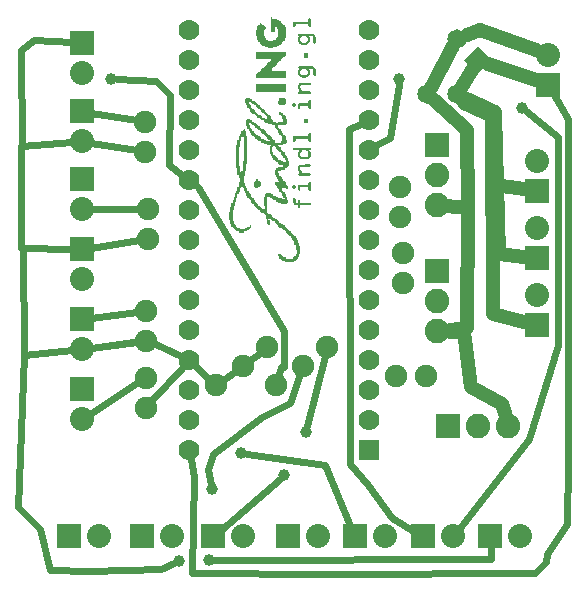
<source format=gtl>
G04 MADE WITH FRITZING*
G04 WWW.FRITZING.ORG*
G04 DOUBLE SIDED*
G04 HOLES PLATED*
G04 CONTOUR ON CENTER OF CONTOUR VECTOR*
%ASAXBY*%
%FSLAX23Y23*%
%MOIN*%
%OFA0B0*%
%SFA1.0B1.0*%
%ADD10C,0.070000*%
%ADD11C,0.080000*%
%ADD12C,0.082000*%
%ADD13C,0.075000*%
%ADD14C,0.065000*%
%ADD15C,0.039370*%
%ADD16R,0.069972X0.070000*%
%ADD17R,0.080000X0.080000*%
%ADD18R,0.082000X0.082000*%
%ADD19C,0.024000*%
%ADD20C,0.048000*%
%ADD21R,0.001000X0.001000*%
%LNCOPPER1*%
G90*
G70*
G54D10*
X1230Y456D03*
X1230Y556D03*
X1230Y656D03*
X1230Y756D03*
X1230Y856D03*
X1230Y956D03*
X1230Y1056D03*
X1230Y1156D03*
X1230Y1256D03*
X1230Y1356D03*
X1230Y1456D03*
X1230Y1556D03*
X1230Y1656D03*
X1230Y1756D03*
X1230Y1856D03*
X630Y456D03*
X630Y556D03*
X630Y656D03*
X630Y756D03*
X630Y856D03*
X630Y956D03*
X630Y1056D03*
X630Y1156D03*
X630Y1256D03*
X630Y1356D03*
X630Y1456D03*
X630Y1556D03*
X630Y1656D03*
X630Y1756D03*
X630Y1856D03*
G54D11*
X1827Y1674D03*
X1827Y1774D03*
X712Y171D03*
X812Y171D03*
X473Y171D03*
X573Y171D03*
X230Y171D03*
X330Y171D03*
X1634Y168D03*
X1734Y168D03*
X1409Y168D03*
X1509Y168D03*
X1185Y168D03*
X1285Y168D03*
X960Y168D03*
X1060Y168D03*
X1789Y1319D03*
X1789Y1419D03*
X1789Y1097D03*
X1789Y1197D03*
X1789Y874D03*
X1789Y974D03*
G54D12*
X1456Y1052D03*
X1456Y952D03*
X1456Y852D03*
X1456Y1474D03*
X1456Y1374D03*
X1456Y1274D03*
G54D13*
X810Y735D03*
X1010Y735D03*
X890Y799D03*
X1090Y799D03*
X1420Y702D03*
X1320Y702D03*
X1343Y1114D03*
X1343Y1014D03*
X1333Y1332D03*
X1333Y1232D03*
G54D14*
X1523Y1825D03*
X1594Y1754D03*
X1523Y1825D03*
X1594Y1754D03*
X1525Y1642D03*
X1425Y1642D03*
X1525Y1642D03*
X1425Y1642D03*
G54D13*
X719Y673D03*
X919Y673D03*
G54D11*
X273Y1814D03*
X273Y1714D03*
X273Y1586D03*
X273Y1486D03*
X273Y1358D03*
X273Y1258D03*
X273Y1125D03*
X273Y1025D03*
X273Y892D03*
X273Y792D03*
X273Y659D03*
X273Y559D03*
G54D13*
X493Y1260D03*
X493Y1160D03*
X484Y1550D03*
X484Y1450D03*
X486Y920D03*
X486Y820D03*
X486Y697D03*
X486Y597D03*
G54D15*
X696Y88D03*
X596Y86D03*
X1020Y517D03*
X948Y373D03*
X1332Y1693D03*
X1740Y1597D03*
X708Y325D03*
X372Y1693D03*
X804Y445D03*
G54D12*
X1495Y537D03*
X1595Y537D03*
X1695Y537D03*
G54D16*
X1230Y456D03*
G54D17*
X1827Y1674D03*
X712Y171D03*
X473Y171D03*
X230Y171D03*
X1634Y168D03*
X1409Y168D03*
X1185Y168D03*
X960Y168D03*
X1789Y1319D03*
X1789Y1097D03*
X1789Y874D03*
G54D18*
X1456Y1052D03*
X1456Y1474D03*
G54D17*
X273Y1814D03*
X273Y1586D03*
X273Y1358D03*
X273Y1125D03*
X273Y892D03*
X273Y659D03*
G54D18*
X1495Y537D03*
G54D19*
X1822Y83D02*
X1783Y47D01*
D02*
X1086Y42D02*
X641Y45D01*
D02*
X1889Y208D02*
X1825Y111D01*
D02*
X1825Y111D02*
X1822Y83D01*
D02*
X641Y45D02*
X648Y367D01*
D02*
X1894Y416D02*
X1889Y208D01*
D02*
X1843Y1647D02*
X1894Y1558D01*
D02*
X1894Y1558D02*
X1894Y416D01*
D02*
X1783Y47D02*
X1086Y42D01*
D02*
X648Y367D02*
X636Y427D01*
G54D20*
D02*
X1557Y1838D02*
X1600Y1855D01*
D02*
X1600Y1855D02*
X1788Y1788D01*
D02*
X1437Y1664D02*
X1512Y1803D01*
D02*
X1628Y1743D02*
X1787Y1688D01*
D02*
X1538Y1663D02*
X1581Y1733D01*
D02*
X1639Y1569D02*
X1553Y1608D01*
D02*
X1553Y1608D02*
X1548Y1614D01*
D02*
X1644Y908D02*
X1639Y1569D01*
D02*
X1759Y881D02*
X1644Y908D01*
D02*
X1650Y1580D02*
X1581Y1597D01*
D02*
X1581Y1597D02*
X1553Y1619D01*
D02*
X1664Y1108D02*
X1650Y1580D01*
D02*
X1747Y1100D02*
X1664Y1108D01*
D02*
X1747Y1325D02*
X1650Y1338D01*
D02*
X1650Y1338D02*
X1650Y1583D01*
D02*
X1650Y1583D02*
X1558Y1627D01*
D02*
X1556Y1524D02*
X1444Y1626D01*
D02*
X1561Y1263D02*
X1556Y1524D01*
D02*
X1487Y1271D02*
X1561Y1263D01*
D02*
X1556Y863D02*
X1499Y857D01*
D02*
X1561Y1263D02*
X1556Y863D01*
D02*
X1684Y578D02*
X1675Y611D01*
D02*
X1675Y611D02*
X1569Y666D01*
D02*
X1569Y666D02*
X1547Y849D01*
D02*
X1547Y849D02*
X1499Y851D01*
G54D19*
D02*
X489Y823D02*
X604Y768D01*
D02*
X304Y796D02*
X489Y823D01*
D02*
X786Y719D02*
X743Y689D01*
D02*
X868Y781D02*
X832Y753D01*
D02*
X458Y816D02*
X304Y796D01*
D02*
X465Y1156D02*
X304Y1130D01*
D02*
X456Y1455D02*
X304Y1481D01*
D02*
X1637Y93D02*
X1636Y137D01*
D02*
X715Y88D02*
X1637Y93D01*
D02*
X698Y692D02*
X652Y736D01*
D02*
X611Y734D02*
X505Y618D01*
D02*
X489Y604D02*
X497Y624D01*
D02*
X78Y1130D02*
X81Y774D01*
D02*
X81Y774D02*
X242Y789D01*
D02*
X242Y1126D02*
X78Y1130D01*
D02*
X70Y1130D02*
X242Y1126D01*
D02*
X242Y1484D02*
X70Y1471D01*
D02*
X70Y1471D02*
X70Y1130D01*
D02*
X114Y1822D02*
X72Y1791D01*
D02*
X74Y1471D02*
X242Y1484D01*
D02*
X72Y1791D02*
X74Y1471D01*
D02*
X242Y1816D02*
X114Y1822D01*
D02*
X301Y52D02*
X537Y60D01*
D02*
X133Y193D02*
X167Y56D01*
D02*
X59Y267D02*
X133Y193D01*
D02*
X81Y774D02*
X59Y267D01*
D02*
X167Y56D02*
X301Y52D01*
D02*
X537Y60D02*
X579Y78D01*
D02*
X1741Y174D02*
X1734Y168D01*
D02*
X304Y1258D02*
X464Y1260D01*
D02*
X304Y896D02*
X458Y916D01*
D02*
X304Y1581D02*
X456Y1555D01*
D02*
X1383Y184D02*
X1308Y229D01*
X1308Y229D02*
X1228Y338D01*
D02*
X1228Y338D02*
X1167Y408D01*
D02*
X1167Y408D02*
X1164Y1525D01*
X1164Y1525D02*
X1204Y1544D01*
D02*
X1529Y193D02*
X1764Y493D01*
X1764Y493D02*
X1860Y805D01*
X1860Y805D02*
X1860Y1501D01*
X1860Y1501D02*
X1755Y1585D01*
D02*
X1300Y1497D02*
X1260Y1477D01*
D02*
X1329Y1674D02*
X1300Y1497D01*
D02*
X1260Y1477D02*
X1254Y1473D01*
D02*
X299Y576D02*
X462Y682D01*
D02*
X1172Y197D02*
X1083Y405D01*
D02*
X1083Y405D02*
X823Y442D01*
D02*
X704Y343D02*
X694Y391D01*
D02*
X711Y444D02*
X875Y566D01*
D02*
X694Y391D02*
X711Y444D01*
D02*
X875Y566D02*
X967Y613D01*
D02*
X967Y613D02*
X1000Y708D01*
D02*
X653Y1338D02*
X660Y1333D01*
X660Y1333D02*
X948Y853D01*
X948Y853D02*
X948Y733D01*
X948Y733D02*
X936Y733D01*
X936Y733D02*
X927Y700D01*
D02*
X522Y1686D02*
X567Y1638D01*
D02*
X391Y1692D02*
X522Y1686D01*
D02*
X567Y1638D02*
X564Y1405D01*
X564Y1405D02*
X607Y1373D01*
D02*
X736Y191D02*
X934Y360D01*
D02*
X1025Y535D02*
X1083Y771D01*
G36*
X846Y1333D02*
X850Y1333D01*
X850Y1329D01*
X862Y1329D01*
X862Y1333D01*
X866Y1333D01*
X866Y1337D01*
X870Y1337D01*
X870Y1349D01*
X866Y1349D01*
X866Y1354D01*
X862Y1354D01*
X862Y1358D01*
X854Y1358D01*
X854Y1354D01*
X850Y1354D01*
X850Y1349D01*
X846Y1349D01*
X846Y1333D01*
G37*
D02*
G36*
X854Y1650D02*
X953Y1650D01*
X953Y1675D01*
X854Y1675D01*
X854Y1650D01*
G37*
D02*
G36*
X854Y1696D02*
X903Y1696D01*
X903Y1753D01*
X899Y1753D01*
X899Y1749D01*
X895Y1749D01*
X895Y1745D01*
X891Y1745D01*
X891Y1741D01*
X887Y1741D01*
X887Y1737D01*
X883Y1737D01*
X883Y1733D01*
X879Y1733D01*
X879Y1729D01*
X875Y1729D01*
X875Y1725D01*
X870Y1725D01*
X870Y1720D01*
X866Y1720D01*
X866Y1716D01*
X862Y1716D01*
X862Y1712D01*
X858Y1712D01*
X858Y1708D01*
X854Y1708D01*
X854Y1696D01*
G37*
D02*
G36*
X854Y1758D02*
X903Y1758D01*
X903Y1782D01*
X854Y1782D01*
X854Y1758D01*
G37*
D02*
G36*
X903Y1696D02*
X907Y1696D01*
X907Y1782D01*
X903Y1782D01*
X903Y1696D01*
G37*
D02*
G36*
X903Y1696D02*
X907Y1696D01*
X907Y1782D01*
X903Y1782D01*
X903Y1696D01*
G37*
D02*
G36*
X907Y1696D02*
X953Y1696D01*
X953Y1720D01*
X907Y1720D01*
X907Y1696D01*
G37*
D02*
G36*
X907Y1729D02*
X912Y1729D01*
X912Y1733D01*
X916Y1733D01*
X916Y1737D01*
X920Y1737D01*
X920Y1741D01*
X924Y1741D01*
X924Y1745D01*
X928Y1745D01*
X928Y1749D01*
X932Y1749D01*
X932Y1753D01*
X936Y1753D01*
X936Y1758D01*
X940Y1758D01*
X940Y1762D01*
X945Y1762D01*
X945Y1766D01*
X949Y1766D01*
X949Y1770D01*
X953Y1770D01*
X953Y1782D01*
X907Y1782D01*
X907Y1729D01*
G37*
D02*
G36*
X854Y1836D02*
X858Y1836D01*
X858Y1823D01*
X862Y1823D01*
X862Y1815D01*
X866Y1815D01*
X866Y1811D01*
X870Y1811D01*
X870Y1807D01*
X875Y1807D01*
X875Y1803D01*
X879Y1803D01*
X879Y1856D01*
X883Y1856D01*
X883Y1861D01*
X887Y1861D01*
X887Y1865D01*
X883Y1865D01*
X883Y1869D01*
X879Y1869D01*
X879Y1873D01*
X875Y1873D01*
X875Y1877D01*
X870Y1877D01*
X870Y1881D01*
X866Y1881D01*
X866Y1873D01*
X862Y1873D01*
X862Y1869D01*
X858Y1869D01*
X858Y1856D01*
X854Y1856D01*
X854Y1836D01*
G37*
D02*
G36*
X879Y1803D02*
X883Y1803D01*
X883Y1799D01*
X895Y1799D01*
X895Y1795D01*
X912Y1795D01*
X912Y1799D01*
X924Y1799D01*
X924Y1803D01*
X928Y1803D01*
X928Y1832D01*
X924Y1832D01*
X924Y1828D01*
X920Y1828D01*
X920Y1823D01*
X912Y1823D01*
X912Y1819D01*
X895Y1819D01*
X895Y1823D01*
X887Y1823D01*
X887Y1828D01*
X883Y1828D01*
X883Y1836D01*
X879Y1836D01*
X879Y1803D01*
G37*
D02*
G36*
X903Y1848D02*
X916Y1848D01*
X916Y1865D01*
X924Y1865D01*
X924Y1861D01*
X928Y1861D01*
X928Y1889D01*
X924Y1889D01*
X924Y1894D01*
X907Y1894D01*
X907Y1898D01*
X903Y1898D01*
X903Y1848D01*
G37*
D02*
G36*
X928Y1803D02*
X932Y1803D01*
X932Y1889D01*
X928Y1889D01*
X928Y1803D01*
G37*
D02*
G36*
X928Y1803D02*
X932Y1803D01*
X932Y1889D01*
X928Y1889D01*
X928Y1803D01*
G37*
D02*
G36*
X932Y1807D02*
X936Y1807D01*
X936Y1811D01*
X940Y1811D01*
X940Y1815D01*
X945Y1815D01*
X945Y1819D01*
X949Y1819D01*
X949Y1828D01*
X953Y1828D01*
X953Y1865D01*
X949Y1865D01*
X949Y1873D01*
X945Y1873D01*
X945Y1877D01*
X940Y1877D01*
X940Y1881D01*
X936Y1881D01*
X936Y1885D01*
X932Y1885D01*
X932Y1807D01*
G37*
D02*
G36*
X763Y1222D02*
X767Y1222D01*
X767Y1209D01*
X771Y1209D01*
X771Y1201D01*
X776Y1201D01*
X776Y1255D01*
X780Y1255D01*
X780Y1271D01*
X784Y1271D01*
X784Y1283D01*
X788Y1283D01*
X788Y1296D01*
X792Y1296D01*
X792Y1308D01*
X796Y1308D01*
X796Y1316D01*
X800Y1316D01*
X800Y1349D01*
X796Y1349D01*
X796Y1333D01*
X792Y1333D01*
X792Y1321D01*
X788Y1321D01*
X788Y1312D01*
X784Y1312D01*
X784Y1300D01*
X780Y1300D01*
X780Y1288D01*
X776Y1288D01*
X776Y1279D01*
X771Y1279D01*
X771Y1267D01*
X767Y1267D01*
X767Y1251D01*
X763Y1251D01*
X763Y1222D01*
G37*
D02*
G36*
X776Y1197D02*
X780Y1197D01*
X780Y1193D01*
X784Y1193D01*
X784Y1189D01*
X788Y1189D01*
X788Y1185D01*
X796Y1185D01*
X796Y1180D01*
X813Y1180D01*
X813Y1185D01*
X825Y1185D01*
X825Y1189D01*
X829Y1189D01*
X829Y1193D01*
X833Y1193D01*
X833Y1197D01*
X837Y1197D01*
X837Y1205D01*
X833Y1205D01*
X833Y1201D01*
X825Y1201D01*
X825Y1197D01*
X817Y1197D01*
X817Y1193D01*
X800Y1193D01*
X800Y1197D01*
X792Y1197D01*
X792Y1201D01*
X788Y1201D01*
X788Y1205D01*
X784Y1205D01*
X784Y1209D01*
X780Y1209D01*
X780Y1218D01*
X776Y1218D01*
X776Y1197D01*
G37*
D02*
G36*
X788Y1395D02*
X792Y1395D01*
X792Y1374D01*
X796Y1374D01*
X796Y1465D01*
X800Y1465D01*
X800Y1485D01*
X804Y1485D01*
X804Y1498D01*
X813Y1498D01*
X813Y1523D01*
X809Y1523D01*
X809Y1518D01*
X804Y1518D01*
X804Y1510D01*
X800Y1510D01*
X800Y1502D01*
X796Y1502D01*
X796Y1490D01*
X792Y1490D01*
X792Y1473D01*
X788Y1473D01*
X788Y1395D01*
G37*
D02*
G36*
X796Y1362D02*
X800Y1362D01*
X800Y1403D01*
X796Y1403D01*
X796Y1362D01*
G37*
D02*
G36*
X800Y1329D02*
X804Y1329D01*
X804Y1382D01*
X800Y1382D01*
X800Y1329D01*
G37*
D02*
G36*
X800Y1329D02*
X804Y1329D01*
X804Y1382D01*
X800Y1382D01*
X800Y1329D01*
G37*
D02*
G36*
X804Y1333D02*
X809Y1333D01*
X809Y1329D01*
X813Y1329D01*
X813Y1321D01*
X817Y1321D01*
X817Y1312D01*
X821Y1312D01*
X821Y1304D01*
X825Y1304D01*
X825Y1296D01*
X829Y1296D01*
X829Y1292D01*
X833Y1292D01*
X833Y1288D01*
X837Y1288D01*
X837Y1279D01*
X842Y1279D01*
X842Y1275D01*
X846Y1275D01*
X846Y1271D01*
X850Y1271D01*
X850Y1267D01*
X854Y1267D01*
X854Y1263D01*
X858Y1263D01*
X858Y1259D01*
X862Y1259D01*
X862Y1255D01*
X866Y1255D01*
X866Y1251D01*
X870Y1251D01*
X870Y1246D01*
X879Y1246D01*
X879Y1242D01*
X883Y1242D01*
X883Y1259D01*
X875Y1259D01*
X875Y1263D01*
X870Y1263D01*
X870Y1267D01*
X866Y1267D01*
X866Y1271D01*
X862Y1271D01*
X862Y1275D01*
X858Y1275D01*
X858Y1279D01*
X854Y1279D01*
X854Y1283D01*
X850Y1283D01*
X850Y1288D01*
X846Y1288D01*
X846Y1296D01*
X842Y1296D01*
X842Y1300D01*
X837Y1300D01*
X837Y1308D01*
X833Y1308D01*
X833Y1312D01*
X829Y1312D01*
X829Y1321D01*
X825Y1321D01*
X825Y1329D01*
X821Y1329D01*
X821Y1337D01*
X817Y1337D01*
X817Y1345D01*
X813Y1345D01*
X813Y1420D01*
X809Y1420D01*
X809Y1387D01*
X804Y1387D01*
X804Y1333D01*
G37*
D02*
G36*
X813Y1370D02*
X817Y1370D01*
X817Y1527D01*
X813Y1527D01*
X813Y1370D01*
G37*
D02*
G36*
X813Y1370D02*
X817Y1370D01*
X817Y1527D01*
X813Y1527D01*
X813Y1370D01*
G37*
D02*
G36*
X817Y1387D02*
X821Y1387D01*
X821Y1411D01*
X825Y1411D01*
X825Y1502D01*
X821Y1502D01*
X821Y1518D01*
X817Y1518D01*
X817Y1387D01*
G37*
D02*
G36*
X817Y1613D02*
X821Y1613D01*
X821Y1605D01*
X825Y1605D01*
X825Y1597D01*
X829Y1597D01*
X829Y1617D01*
X837Y1617D01*
X837Y1613D01*
X842Y1613D01*
X842Y1609D01*
X846Y1609D01*
X846Y1605D01*
X854Y1605D01*
X854Y1601D01*
X858Y1601D01*
X858Y1597D01*
X862Y1597D01*
X862Y1593D01*
X866Y1593D01*
X866Y1589D01*
X870Y1589D01*
X870Y1584D01*
X875Y1584D01*
X875Y1580D01*
X879Y1580D01*
X879Y1576D01*
X883Y1576D01*
X883Y1572D01*
X887Y1572D01*
X887Y1568D01*
X891Y1568D01*
X891Y1580D01*
X887Y1580D01*
X887Y1584D01*
X883Y1584D01*
X883Y1589D01*
X879Y1589D01*
X879Y1593D01*
X875Y1593D01*
X875Y1597D01*
X870Y1597D01*
X870Y1601D01*
X866Y1601D01*
X866Y1605D01*
X862Y1605D01*
X862Y1609D01*
X858Y1609D01*
X858Y1613D01*
X854Y1613D01*
X854Y1617D01*
X850Y1617D01*
X850Y1621D01*
X842Y1621D01*
X842Y1626D01*
X833Y1626D01*
X833Y1630D01*
X821Y1630D01*
X821Y1626D01*
X817Y1626D01*
X817Y1613D01*
G37*
D02*
G36*
X821Y1535D02*
X825Y1535D01*
X825Y1527D01*
X829Y1527D01*
X829Y1547D01*
X837Y1547D01*
X837Y1543D01*
X842Y1543D01*
X842Y1539D01*
X846Y1539D01*
X846Y1535D01*
X850Y1535D01*
X850Y1531D01*
X858Y1531D01*
X858Y1527D01*
X862Y1527D01*
X862Y1523D01*
X866Y1523D01*
X866Y1518D01*
X870Y1518D01*
X870Y1514D01*
X875Y1514D01*
X875Y1510D01*
X879Y1510D01*
X879Y1506D01*
X883Y1506D01*
X883Y1502D01*
X887Y1502D01*
X887Y1498D01*
X891Y1498D01*
X891Y1494D01*
X895Y1494D01*
X895Y1490D01*
X899Y1490D01*
X899Y1506D01*
X895Y1506D01*
X895Y1510D01*
X891Y1510D01*
X891Y1514D01*
X887Y1514D01*
X887Y1518D01*
X883Y1518D01*
X883Y1523D01*
X879Y1523D01*
X879Y1527D01*
X870Y1527D01*
X870Y1531D01*
X866Y1531D01*
X866Y1535D01*
X862Y1535D01*
X862Y1539D01*
X858Y1539D01*
X858Y1543D01*
X854Y1543D01*
X854Y1547D01*
X846Y1547D01*
X846Y1551D01*
X842Y1551D01*
X842Y1556D01*
X833Y1556D01*
X833Y1560D01*
X825Y1560D01*
X825Y1556D01*
X821Y1556D01*
X821Y1535D01*
G37*
D02*
G36*
X829Y1518D02*
X833Y1518D01*
X833Y1514D01*
X837Y1514D01*
X837Y1506D01*
X842Y1506D01*
X842Y1502D01*
X846Y1502D01*
X846Y1498D01*
X850Y1498D01*
X850Y1494D01*
X858Y1494D01*
X858Y1490D01*
X862Y1490D01*
X862Y1485D01*
X870Y1485D01*
X870Y1481D01*
X879Y1481D01*
X879Y1477D01*
X891Y1477D01*
X891Y1473D01*
X899Y1473D01*
X899Y1485D01*
X887Y1485D01*
X887Y1490D01*
X879Y1490D01*
X879Y1494D01*
X870Y1494D01*
X870Y1498D01*
X866Y1498D01*
X866Y1502D01*
X862Y1502D01*
X862Y1506D01*
X854Y1506D01*
X854Y1510D01*
X850Y1510D01*
X850Y1514D01*
X846Y1514D01*
X846Y1518D01*
X842Y1518D01*
X842Y1527D01*
X837Y1527D01*
X837Y1531D01*
X833Y1531D01*
X833Y1539D01*
X829Y1539D01*
X829Y1518D01*
G37*
D02*
G36*
X829Y1593D02*
X833Y1593D01*
X833Y1584D01*
X837Y1584D01*
X837Y1580D01*
X842Y1580D01*
X842Y1576D01*
X850Y1576D01*
X850Y1572D01*
X854Y1572D01*
X854Y1568D01*
X858Y1568D01*
X858Y1564D01*
X866Y1564D01*
X866Y1560D01*
X870Y1560D01*
X870Y1556D01*
X879Y1556D01*
X879Y1551D01*
X883Y1551D01*
X883Y1547D01*
X891Y1547D01*
X891Y1560D01*
X883Y1560D01*
X883Y1564D01*
X875Y1564D01*
X875Y1568D01*
X870Y1568D01*
X870Y1572D01*
X862Y1572D01*
X862Y1576D01*
X858Y1576D01*
X858Y1580D01*
X854Y1580D01*
X854Y1584D01*
X850Y1584D01*
X850Y1589D01*
X846Y1589D01*
X846Y1593D01*
X842Y1593D01*
X842Y1597D01*
X837Y1597D01*
X837Y1605D01*
X833Y1605D01*
X833Y1609D01*
X829Y1609D01*
X829Y1593D01*
G37*
D02*
G36*
X879Y1271D02*
X883Y1271D01*
X883Y1300D01*
X879Y1300D01*
X879Y1271D01*
G37*
D02*
G36*
X883Y1238D02*
X887Y1238D01*
X887Y1308D01*
X883Y1308D01*
X883Y1238D01*
G37*
D02*
G36*
X883Y1238D02*
X887Y1238D01*
X887Y1308D01*
X883Y1308D01*
X883Y1238D01*
G37*
D02*
G36*
X887Y1226D02*
X891Y1226D01*
X891Y1300D01*
X899Y1300D01*
X899Y1296D01*
X907Y1296D01*
X907Y1292D01*
X912Y1292D01*
X912Y1288D01*
X920Y1288D01*
X920Y1283D01*
X928Y1283D01*
X928Y1279D01*
X936Y1279D01*
X936Y1275D01*
X949Y1275D01*
X949Y1292D01*
X940Y1292D01*
X940Y1296D01*
X928Y1296D01*
X928Y1300D01*
X920Y1300D01*
X920Y1304D01*
X912Y1304D01*
X912Y1308D01*
X903Y1308D01*
X903Y1312D01*
X887Y1312D01*
X887Y1226D01*
G37*
D02*
G36*
X891Y1209D02*
X895Y1209D01*
X895Y1226D01*
X903Y1226D01*
X903Y1222D01*
X907Y1222D01*
X907Y1218D01*
X916Y1218D01*
X916Y1213D01*
X920Y1213D01*
X920Y1209D01*
X924Y1209D01*
X924Y1205D01*
X928Y1205D01*
X928Y1201D01*
X932Y1201D01*
X932Y1197D01*
X940Y1197D01*
X940Y1193D01*
X945Y1193D01*
X945Y1189D01*
X949Y1189D01*
X949Y1185D01*
X953Y1185D01*
X953Y1180D01*
X957Y1180D01*
X957Y1176D01*
X961Y1176D01*
X961Y1172D01*
X965Y1172D01*
X965Y1168D01*
X969Y1168D01*
X969Y1164D01*
X973Y1164D01*
X973Y1156D01*
X978Y1156D01*
X978Y1152D01*
X982Y1152D01*
X982Y1139D01*
X986Y1139D01*
X986Y1123D01*
X990Y1123D01*
X990Y1164D01*
X986Y1164D01*
X986Y1168D01*
X982Y1168D01*
X982Y1172D01*
X978Y1172D01*
X978Y1176D01*
X973Y1176D01*
X973Y1180D01*
X969Y1180D01*
X969Y1185D01*
X965Y1185D01*
X965Y1189D01*
X961Y1189D01*
X961Y1193D01*
X957Y1193D01*
X957Y1197D01*
X953Y1197D01*
X953Y1201D01*
X949Y1201D01*
X949Y1205D01*
X945Y1205D01*
X945Y1209D01*
X936Y1209D01*
X936Y1213D01*
X932Y1213D01*
X932Y1218D01*
X928Y1218D01*
X928Y1222D01*
X924Y1222D01*
X924Y1226D01*
X916Y1226D01*
X916Y1230D01*
X912Y1230D01*
X912Y1234D01*
X907Y1234D01*
X907Y1238D01*
X903Y1238D01*
X903Y1242D01*
X895Y1242D01*
X895Y1246D01*
X891Y1246D01*
X891Y1209D01*
G37*
D02*
G36*
X891Y1547D02*
X895Y1547D01*
X895Y1576D01*
X891Y1576D01*
X891Y1547D01*
G37*
D02*
G36*
X891Y1547D02*
X895Y1547D01*
X895Y1576D01*
X891Y1576D01*
X891Y1547D01*
G37*
D02*
G36*
X895Y1205D02*
X899Y1205D01*
X899Y1222D01*
X895Y1222D01*
X895Y1205D01*
G37*
D02*
G36*
X895Y1543D02*
X907Y1543D01*
X907Y1539D01*
X916Y1539D01*
X916Y1531D01*
X920Y1531D01*
X920Y1527D01*
X924Y1527D01*
X924Y1523D01*
X928Y1523D01*
X928Y1539D01*
X945Y1539D01*
X945Y1551D01*
X928Y1551D01*
X928Y1547D01*
X920Y1547D01*
X920Y1551D01*
X912Y1551D01*
X912Y1556D01*
X907Y1556D01*
X907Y1560D01*
X903Y1560D01*
X903Y1568D01*
X899Y1568D01*
X899Y1572D01*
X895Y1572D01*
X895Y1543D01*
G37*
D02*
G36*
X899Y1444D02*
X903Y1444D01*
X903Y1469D01*
X899Y1469D01*
X899Y1444D01*
G37*
D02*
G36*
X899Y1473D02*
X903Y1473D01*
X903Y1502D01*
X899Y1502D01*
X899Y1473D01*
G37*
D02*
G36*
X899Y1473D02*
X903Y1473D01*
X903Y1502D01*
X899Y1502D01*
X899Y1473D01*
G37*
D02*
G36*
X903Y1436D02*
X907Y1436D01*
X907Y1498D01*
X903Y1498D01*
X903Y1436D01*
G37*
D02*
G36*
X903Y1436D02*
X907Y1436D01*
X907Y1498D01*
X903Y1498D01*
X903Y1436D01*
G37*
D02*
G36*
X907Y1428D02*
X912Y1428D01*
X912Y1424D01*
X916Y1424D01*
X916Y1420D01*
X920Y1420D01*
X920Y1415D01*
X928Y1415D01*
X928Y1411D01*
X932Y1411D01*
X932Y1407D01*
X945Y1407D01*
X945Y1420D01*
X936Y1420D01*
X936Y1424D01*
X928Y1424D01*
X928Y1428D01*
X924Y1428D01*
X924Y1432D01*
X920Y1432D01*
X920Y1436D01*
X916Y1436D01*
X916Y1440D01*
X912Y1440D01*
X912Y1448D01*
X907Y1448D01*
X907Y1428D01*
G37*
D02*
G36*
X907Y1465D02*
X912Y1465D01*
X912Y1469D01*
X916Y1469D01*
X916Y1465D01*
X920Y1465D01*
X920Y1461D01*
X924Y1461D01*
X924Y1457D01*
X928Y1457D01*
X928Y1473D01*
X940Y1473D01*
X940Y1485D01*
X936Y1485D01*
X936Y1481D01*
X916Y1481D01*
X916Y1490D01*
X912Y1490D01*
X912Y1494D01*
X907Y1494D01*
X907Y1465D01*
G37*
D02*
G36*
X916Y1341D02*
X920Y1341D01*
X920Y1337D01*
X924Y1337D01*
X924Y1329D01*
X928Y1329D01*
X928Y1325D01*
X932Y1325D01*
X932Y1349D01*
X916Y1349D01*
X916Y1341D01*
G37*
D02*
G36*
X916Y1374D02*
X920Y1374D01*
X920Y1366D01*
X924Y1366D01*
X924Y1358D01*
X928Y1358D01*
X928Y1387D01*
X936Y1387D01*
X936Y1391D01*
X945Y1391D01*
X945Y1399D01*
X928Y1399D01*
X928Y1395D01*
X920Y1395D01*
X920Y1391D01*
X916Y1391D01*
X916Y1374D01*
G37*
D02*
G36*
X928Y1102D02*
X932Y1102D01*
X932Y1094D01*
X936Y1094D01*
X936Y1090D01*
X940Y1090D01*
X940Y1086D01*
X949Y1086D01*
X949Y1082D01*
X982Y1082D01*
X982Y1086D01*
X986Y1086D01*
X986Y1090D01*
X990Y1090D01*
X990Y1110D01*
X986Y1110D01*
X986Y1102D01*
X982Y1102D01*
X982Y1098D01*
X978Y1098D01*
X978Y1094D01*
X953Y1094D01*
X953Y1098D01*
X945Y1098D01*
X945Y1102D01*
X940Y1102D01*
X940Y1106D01*
X936Y1106D01*
X936Y1110D01*
X928Y1110D01*
X928Y1102D01*
G37*
D02*
G36*
X928Y1354D02*
X932Y1354D01*
X932Y1378D01*
X928Y1378D01*
X928Y1354D01*
G37*
D02*
G36*
X928Y1452D02*
X932Y1452D01*
X932Y1448D01*
X936Y1448D01*
X936Y1440D01*
X940Y1440D01*
X940Y1436D01*
X945Y1436D01*
X945Y1428D01*
X949Y1428D01*
X949Y1424D01*
X953Y1424D01*
X953Y1440D01*
X949Y1440D01*
X949Y1448D01*
X945Y1448D01*
X945Y1452D01*
X940Y1452D01*
X940Y1457D01*
X936Y1457D01*
X936Y1465D01*
X932Y1465D01*
X932Y1469D01*
X928Y1469D01*
X928Y1452D01*
G37*
D02*
G36*
X928Y1514D02*
X932Y1514D01*
X932Y1506D01*
X936Y1506D01*
X936Y1502D01*
X940Y1502D01*
X940Y1518D01*
X936Y1518D01*
X936Y1527D01*
X932Y1527D01*
X932Y1531D01*
X928Y1531D01*
X928Y1514D01*
G37*
D02*
G36*
X932Y1316D02*
X936Y1316D01*
X936Y1370D01*
X932Y1370D01*
X932Y1316D01*
G37*
D02*
G36*
X932Y1316D02*
X936Y1316D01*
X936Y1370D01*
X932Y1370D01*
X932Y1316D01*
G37*
D02*
G36*
X932Y1572D02*
X936Y1572D01*
X936Y1568D01*
X940Y1568D01*
X940Y1560D01*
X945Y1560D01*
X945Y1580D01*
X936Y1580D01*
X936Y1584D01*
X932Y1584D01*
X932Y1572D01*
G37*
D02*
G36*
X936Y1312D02*
X940Y1312D01*
X940Y1329D01*
X953Y1329D01*
X953Y1325D01*
X961Y1325D01*
X961Y1337D01*
X957Y1337D01*
X957Y1341D01*
X953Y1341D01*
X953Y1349D01*
X949Y1349D01*
X949Y1354D01*
X945Y1354D01*
X945Y1358D01*
X940Y1358D01*
X940Y1366D01*
X936Y1366D01*
X936Y1312D01*
G37*
D02*
G36*
X940Y1304D02*
X945Y1304D01*
X945Y1296D01*
X949Y1296D01*
X949Y1316D01*
X945Y1316D01*
X945Y1321D01*
X940Y1321D01*
X940Y1304D01*
G37*
D02*
G36*
X940Y1473D02*
X945Y1473D01*
X945Y1514D01*
X940Y1514D01*
X940Y1473D01*
G37*
D02*
G36*
X940Y1473D02*
X945Y1473D01*
X945Y1514D01*
X940Y1514D01*
X940Y1473D01*
G37*
D02*
G36*
X945Y1391D02*
X949Y1391D01*
X949Y1415D01*
X945Y1415D01*
X945Y1391D01*
G37*
D02*
G36*
X945Y1391D02*
X949Y1391D01*
X949Y1415D01*
X945Y1415D01*
X945Y1391D01*
G37*
D02*
G36*
X945Y1477D02*
X953Y1477D01*
X953Y1481D01*
X957Y1481D01*
X957Y1490D01*
X953Y1490D01*
X953Y1502D01*
X949Y1502D01*
X949Y1506D01*
X945Y1506D01*
X945Y1477D01*
G37*
D02*
G36*
X945Y1539D02*
X949Y1539D01*
X949Y1572D01*
X945Y1572D01*
X945Y1539D01*
G37*
D02*
G36*
X945Y1539D02*
X949Y1539D01*
X949Y1572D01*
X945Y1572D01*
X945Y1539D01*
G37*
D02*
G36*
X949Y1275D02*
X953Y1275D01*
X953Y1308D01*
X949Y1308D01*
X949Y1275D01*
G37*
D02*
G36*
X949Y1275D02*
X953Y1275D01*
X953Y1308D01*
X949Y1308D01*
X949Y1275D01*
G37*
D02*
G36*
X949Y1395D02*
X953Y1395D01*
X953Y1415D01*
X949Y1415D01*
X949Y1395D01*
G37*
D02*
G36*
X949Y1539D02*
X953Y1539D01*
X953Y1543D01*
X957Y1543D01*
X957Y1560D01*
X953Y1560D01*
X953Y1568D01*
X949Y1568D01*
X949Y1539D01*
G37*
D02*
G36*
X953Y1275D02*
X957Y1275D01*
X957Y1279D01*
X961Y1279D01*
X961Y1288D01*
X957Y1288D01*
X957Y1300D01*
X953Y1300D01*
X953Y1275D01*
G37*
D02*
G36*
X953Y1395D02*
X957Y1395D01*
X957Y1436D01*
X953Y1436D01*
X953Y1395D01*
G37*
D02*
G36*
X953Y1395D02*
X957Y1395D01*
X957Y1436D01*
X953Y1436D01*
X953Y1395D01*
G37*
D02*
G36*
X957Y1399D02*
X961Y1399D01*
X961Y1403D01*
X965Y1403D01*
X965Y1420D01*
X961Y1420D01*
X961Y1428D01*
X957Y1428D01*
X957Y1399D01*
G37*
D02*
G36*
X990Y1094D02*
X994Y1094D01*
X994Y1156D01*
X990Y1156D01*
X990Y1094D01*
G37*
D02*
G36*
X990Y1094D02*
X994Y1094D01*
X994Y1156D01*
X990Y1156D01*
X990Y1094D01*
G37*
D02*
G36*
X994Y1098D02*
X998Y1098D01*
X998Y1110D01*
X1002Y1110D01*
X1002Y1135D01*
X998Y1135D01*
X998Y1147D01*
X994Y1147D01*
X994Y1098D01*
G37*
D02*
G36*
X928Y1609D02*
X932Y1609D01*
X932Y1605D01*
X949Y1605D01*
X949Y1609D01*
X953Y1609D01*
X953Y1626D01*
X949Y1626D01*
X949Y1630D01*
X932Y1630D01*
X932Y1621D01*
X928Y1621D01*
X928Y1609D01*
G37*
D02*
G54D21*
X1032Y1895D02*
X1034Y1895D01*
X1030Y1894D02*
X1035Y1894D01*
X1030Y1893D02*
X1036Y1893D01*
X1030Y1892D02*
X1036Y1892D01*
X1029Y1891D02*
X1036Y1891D01*
X1029Y1890D02*
X1036Y1890D01*
X1029Y1889D02*
X1036Y1889D01*
X1029Y1888D02*
X1036Y1888D01*
X1029Y1887D02*
X1036Y1887D01*
X1029Y1886D02*
X1036Y1886D01*
X1029Y1885D02*
X1036Y1885D01*
X982Y1884D02*
X1036Y1884D01*
X979Y1883D02*
X1036Y1883D01*
X979Y1882D02*
X1036Y1882D01*
X978Y1881D02*
X1036Y1881D01*
X978Y1880D02*
X1036Y1880D01*
X978Y1879D02*
X1036Y1879D01*
X978Y1878D02*
X1036Y1878D01*
X978Y1877D02*
X1036Y1877D01*
X978Y1876D02*
X985Y1876D01*
X1029Y1876D02*
X1036Y1876D01*
X978Y1875D02*
X985Y1875D01*
X1029Y1875D02*
X1036Y1875D01*
X978Y1874D02*
X985Y1874D01*
X1029Y1874D02*
X1036Y1874D01*
X978Y1873D02*
X985Y1873D01*
X1029Y1873D02*
X1036Y1873D01*
X978Y1872D02*
X985Y1872D01*
X1029Y1872D02*
X1036Y1872D01*
X978Y1871D02*
X985Y1871D01*
X1029Y1871D02*
X1036Y1871D01*
X978Y1870D02*
X985Y1870D01*
X1029Y1870D02*
X1036Y1870D01*
X978Y1869D02*
X985Y1869D01*
X1029Y1869D02*
X1036Y1869D01*
X978Y1868D02*
X984Y1868D01*
X1030Y1868D02*
X1036Y1868D01*
X979Y1867D02*
X984Y1867D01*
X1030Y1867D02*
X1035Y1867D01*
X980Y1866D02*
X983Y1866D01*
X1031Y1866D02*
X1035Y1866D01*
X996Y1844D02*
X1042Y1844D01*
X995Y1843D02*
X1044Y1843D01*
X994Y1842D02*
X1045Y1842D01*
X994Y1841D02*
X1047Y1841D01*
X994Y1840D02*
X1047Y1840D01*
X995Y1839D02*
X1048Y1839D01*
X995Y1838D02*
X1049Y1838D01*
X998Y1837D02*
X1050Y1837D01*
X998Y1836D02*
X1008Y1836D01*
X1019Y1836D02*
X1029Y1836D01*
X1042Y1836D02*
X1051Y1836D01*
X998Y1835D02*
X1007Y1835D01*
X1020Y1835D02*
X1029Y1835D01*
X1043Y1835D02*
X1051Y1835D01*
X997Y1834D02*
X1006Y1834D01*
X1021Y1834D02*
X1030Y1834D01*
X1044Y1834D02*
X1052Y1834D01*
X996Y1833D02*
X1005Y1833D01*
X1022Y1833D02*
X1031Y1833D01*
X1044Y1833D02*
X1052Y1833D01*
X995Y1832D02*
X1004Y1832D01*
X1023Y1832D02*
X1031Y1832D01*
X1045Y1832D02*
X1052Y1832D01*
X995Y1831D02*
X1003Y1831D01*
X1024Y1831D02*
X1032Y1831D01*
X1045Y1831D02*
X1052Y1831D01*
X995Y1830D02*
X1002Y1830D01*
X1025Y1830D02*
X1032Y1830D01*
X1045Y1830D02*
X1052Y1830D01*
X994Y1829D02*
X1002Y1829D01*
X1025Y1829D02*
X1033Y1829D01*
X1045Y1829D02*
X1052Y1829D01*
X994Y1828D02*
X1001Y1828D01*
X1026Y1828D02*
X1033Y1828D01*
X1045Y1828D02*
X1052Y1828D01*
X994Y1827D02*
X1001Y1827D01*
X1026Y1827D02*
X1033Y1827D01*
X1045Y1827D02*
X1052Y1827D01*
X994Y1826D02*
X1001Y1826D01*
X1026Y1826D02*
X1033Y1826D01*
X1045Y1826D02*
X1052Y1826D01*
X994Y1825D02*
X1001Y1825D01*
X1026Y1825D02*
X1033Y1825D01*
X1045Y1825D02*
X1052Y1825D01*
X994Y1824D02*
X1001Y1824D01*
X1026Y1824D02*
X1033Y1824D01*
X1045Y1824D02*
X1052Y1824D01*
X994Y1823D02*
X1001Y1823D01*
X1026Y1823D02*
X1033Y1823D01*
X1045Y1823D02*
X1052Y1823D01*
X994Y1822D02*
X1001Y1822D01*
X1026Y1822D02*
X1033Y1822D01*
X1045Y1822D02*
X1052Y1822D01*
X994Y1821D02*
X1001Y1821D01*
X1026Y1821D02*
X1033Y1821D01*
X1045Y1821D02*
X1052Y1821D01*
X994Y1820D02*
X1001Y1820D01*
X1026Y1820D02*
X1033Y1820D01*
X1045Y1820D02*
X1052Y1820D01*
X994Y1819D02*
X1001Y1819D01*
X1026Y1819D02*
X1033Y1819D01*
X1045Y1819D02*
X1052Y1819D01*
X994Y1818D02*
X1002Y1818D01*
X1025Y1818D02*
X1032Y1818D01*
X1045Y1818D02*
X1052Y1818D01*
X995Y1817D02*
X1003Y1817D01*
X1024Y1817D02*
X1032Y1817D01*
X1045Y1817D02*
X1052Y1817D01*
X995Y1816D02*
X1004Y1816D01*
X1023Y1816D02*
X1032Y1816D01*
X1045Y1816D02*
X1052Y1816D01*
X996Y1815D02*
X1005Y1815D01*
X1022Y1815D02*
X1031Y1815D01*
X1045Y1815D02*
X1052Y1815D01*
X997Y1814D02*
X1030Y1814D01*
X1046Y1814D02*
X1052Y1814D01*
X997Y1813D02*
X1030Y1813D01*
X1046Y1813D02*
X1052Y1813D01*
X998Y1812D02*
X1029Y1812D01*
X1046Y1812D02*
X1051Y1812D01*
X999Y1811D02*
X1028Y1811D01*
X1048Y1811D02*
X1050Y1811D01*
X1000Y1810D02*
X1027Y1810D01*
X1001Y1809D02*
X1026Y1809D01*
X1003Y1808D02*
X1024Y1808D01*
X1006Y1807D02*
X1020Y1807D01*
X1593Y1801D02*
X1593Y1801D01*
X1592Y1800D02*
X1594Y1800D01*
X1591Y1799D02*
X1595Y1799D01*
X1590Y1798D02*
X1596Y1798D01*
X1589Y1797D02*
X1597Y1797D01*
X1588Y1796D02*
X1598Y1796D01*
X1587Y1795D02*
X1599Y1795D01*
X1586Y1794D02*
X1600Y1794D01*
X1585Y1793D02*
X1601Y1793D01*
X1584Y1792D02*
X1602Y1792D01*
X1583Y1791D02*
X1603Y1791D01*
X1582Y1790D02*
X1604Y1790D01*
X1581Y1789D02*
X1605Y1789D01*
X1580Y1788D02*
X1606Y1788D01*
X1579Y1787D02*
X1607Y1787D01*
X1578Y1786D02*
X1608Y1786D01*
X1577Y1785D02*
X1609Y1785D01*
X1576Y1784D02*
X1610Y1784D01*
X1575Y1783D02*
X1611Y1783D01*
X1574Y1782D02*
X1612Y1782D01*
X1573Y1781D02*
X1613Y1781D01*
X1572Y1780D02*
X1614Y1780D01*
X1571Y1779D02*
X1615Y1779D01*
X1015Y1778D02*
X1025Y1778D01*
X1570Y1778D02*
X1616Y1778D01*
X1014Y1777D02*
X1026Y1777D01*
X1569Y1777D02*
X1617Y1777D01*
X1014Y1776D02*
X1026Y1776D01*
X1568Y1776D02*
X1618Y1776D01*
X1013Y1775D02*
X1026Y1775D01*
X1567Y1775D02*
X1619Y1775D01*
X1013Y1774D02*
X1026Y1774D01*
X1566Y1774D02*
X1620Y1774D01*
X1013Y1773D02*
X1026Y1773D01*
X1565Y1773D02*
X1621Y1773D01*
X1013Y1772D02*
X1026Y1772D01*
X1564Y1772D02*
X1622Y1772D01*
X1013Y1771D02*
X1026Y1771D01*
X1563Y1771D02*
X1623Y1771D01*
X1013Y1770D02*
X1026Y1770D01*
X1562Y1770D02*
X1624Y1770D01*
X1013Y1769D02*
X1026Y1769D01*
X1561Y1769D02*
X1592Y1769D01*
X1595Y1769D02*
X1625Y1769D01*
X1013Y1768D02*
X1026Y1768D01*
X1560Y1768D02*
X1588Y1768D01*
X1599Y1768D02*
X1626Y1768D01*
X1013Y1767D02*
X1026Y1767D01*
X1559Y1767D02*
X1585Y1767D01*
X1601Y1767D02*
X1627Y1767D01*
X1014Y1766D02*
X1026Y1766D01*
X1558Y1766D02*
X1584Y1766D01*
X1602Y1766D02*
X1628Y1766D01*
X1014Y1765D02*
X1025Y1765D01*
X1557Y1765D02*
X1583Y1765D01*
X1604Y1765D02*
X1629Y1765D01*
X1016Y1764D02*
X1024Y1764D01*
X1556Y1764D02*
X1582Y1764D01*
X1604Y1764D02*
X1630Y1764D01*
X1555Y1763D02*
X1581Y1763D01*
X1605Y1763D02*
X1631Y1763D01*
X1554Y1762D02*
X1581Y1762D01*
X1606Y1762D02*
X1632Y1762D01*
X1553Y1761D02*
X1580Y1761D01*
X1606Y1761D02*
X1633Y1761D01*
X1552Y1760D02*
X1580Y1760D01*
X1607Y1760D02*
X1634Y1760D01*
X1551Y1759D02*
X1579Y1759D01*
X1607Y1759D02*
X1635Y1759D01*
X1550Y1758D02*
X1579Y1758D01*
X1607Y1758D02*
X1636Y1758D01*
X1549Y1757D02*
X1579Y1757D01*
X1607Y1757D02*
X1637Y1757D01*
X1548Y1756D02*
X1579Y1756D01*
X1607Y1756D02*
X1638Y1756D01*
X1548Y1755D02*
X1579Y1755D01*
X1607Y1755D02*
X1638Y1755D01*
X1549Y1754D02*
X1579Y1754D01*
X1607Y1754D02*
X1637Y1754D01*
X1550Y1753D02*
X1579Y1753D01*
X1607Y1753D02*
X1636Y1753D01*
X1551Y1752D02*
X1579Y1752D01*
X1607Y1752D02*
X1635Y1752D01*
X1552Y1751D02*
X1580Y1751D01*
X1607Y1751D02*
X1634Y1751D01*
X1553Y1750D02*
X1580Y1750D01*
X1606Y1750D02*
X1633Y1750D01*
X1554Y1749D02*
X1581Y1749D01*
X1606Y1749D02*
X1632Y1749D01*
X1555Y1748D02*
X1581Y1748D01*
X1605Y1748D02*
X1631Y1748D01*
X1556Y1747D02*
X1582Y1747D01*
X1605Y1747D02*
X1630Y1747D01*
X1557Y1746D02*
X1583Y1746D01*
X1604Y1746D02*
X1629Y1746D01*
X1558Y1745D02*
X1584Y1745D01*
X1603Y1745D02*
X1628Y1745D01*
X1559Y1744D02*
X1585Y1744D01*
X1601Y1744D02*
X1627Y1744D01*
X1560Y1743D02*
X1587Y1743D01*
X1600Y1743D02*
X1626Y1743D01*
X1561Y1742D02*
X1589Y1742D01*
X1597Y1742D02*
X1625Y1742D01*
X1562Y1741D02*
X1624Y1741D01*
X1563Y1740D02*
X1623Y1740D01*
X1564Y1739D02*
X1622Y1739D01*
X1565Y1738D02*
X1621Y1738D01*
X1566Y1737D02*
X1620Y1737D01*
X1567Y1736D02*
X1619Y1736D01*
X996Y1735D02*
X1042Y1735D01*
X1568Y1735D02*
X1618Y1735D01*
X995Y1734D02*
X1044Y1734D01*
X1569Y1734D02*
X1617Y1734D01*
X994Y1733D02*
X1045Y1733D01*
X1570Y1733D02*
X1616Y1733D01*
X994Y1732D02*
X1047Y1732D01*
X1571Y1732D02*
X1615Y1732D01*
X994Y1731D02*
X1047Y1731D01*
X1572Y1731D02*
X1614Y1731D01*
X995Y1730D02*
X1048Y1730D01*
X1573Y1730D02*
X1613Y1730D01*
X995Y1729D02*
X1049Y1729D01*
X1574Y1729D02*
X1612Y1729D01*
X998Y1728D02*
X1050Y1728D01*
X1575Y1728D02*
X1611Y1728D01*
X998Y1727D02*
X1008Y1727D01*
X1019Y1727D02*
X1029Y1727D01*
X1042Y1727D02*
X1051Y1727D01*
X1576Y1727D02*
X1610Y1727D01*
X998Y1726D02*
X1007Y1726D01*
X1020Y1726D02*
X1029Y1726D01*
X1043Y1726D02*
X1051Y1726D01*
X1577Y1726D02*
X1609Y1726D01*
X997Y1725D02*
X1006Y1725D01*
X1021Y1725D02*
X1030Y1725D01*
X1044Y1725D02*
X1052Y1725D01*
X1578Y1725D02*
X1608Y1725D01*
X996Y1724D02*
X1005Y1724D01*
X1022Y1724D02*
X1031Y1724D01*
X1044Y1724D02*
X1052Y1724D01*
X1579Y1724D02*
X1607Y1724D01*
X995Y1723D02*
X1004Y1723D01*
X1023Y1723D02*
X1031Y1723D01*
X1045Y1723D02*
X1052Y1723D01*
X1580Y1723D02*
X1606Y1723D01*
X995Y1722D02*
X1003Y1722D01*
X1024Y1722D02*
X1032Y1722D01*
X1045Y1722D02*
X1052Y1722D01*
X1581Y1722D02*
X1605Y1722D01*
X995Y1721D02*
X1002Y1721D01*
X1025Y1721D02*
X1032Y1721D01*
X1045Y1721D02*
X1052Y1721D01*
X1582Y1721D02*
X1604Y1721D01*
X994Y1720D02*
X1002Y1720D01*
X1025Y1720D02*
X1033Y1720D01*
X1045Y1720D02*
X1052Y1720D01*
X1583Y1720D02*
X1603Y1720D01*
X994Y1719D02*
X1001Y1719D01*
X1026Y1719D02*
X1033Y1719D01*
X1045Y1719D02*
X1052Y1719D01*
X1584Y1719D02*
X1602Y1719D01*
X994Y1718D02*
X1001Y1718D01*
X1026Y1718D02*
X1033Y1718D01*
X1045Y1718D02*
X1052Y1718D01*
X1585Y1718D02*
X1601Y1718D01*
X994Y1717D02*
X1001Y1717D01*
X1026Y1717D02*
X1033Y1717D01*
X1045Y1717D02*
X1052Y1717D01*
X1586Y1717D02*
X1600Y1717D01*
X994Y1716D02*
X1001Y1716D01*
X1026Y1716D02*
X1033Y1716D01*
X1045Y1716D02*
X1052Y1716D01*
X1587Y1716D02*
X1599Y1716D01*
X994Y1715D02*
X1001Y1715D01*
X1026Y1715D02*
X1033Y1715D01*
X1045Y1715D02*
X1052Y1715D01*
X1588Y1715D02*
X1598Y1715D01*
X994Y1714D02*
X1001Y1714D01*
X1026Y1714D02*
X1033Y1714D01*
X1045Y1714D02*
X1052Y1714D01*
X1589Y1714D02*
X1597Y1714D01*
X994Y1713D02*
X1001Y1713D01*
X1026Y1713D02*
X1033Y1713D01*
X1045Y1713D02*
X1052Y1713D01*
X1590Y1713D02*
X1596Y1713D01*
X994Y1712D02*
X1001Y1712D01*
X1026Y1712D02*
X1033Y1712D01*
X1045Y1712D02*
X1052Y1712D01*
X1591Y1712D02*
X1595Y1712D01*
X994Y1711D02*
X1001Y1711D01*
X1026Y1711D02*
X1033Y1711D01*
X1045Y1711D02*
X1052Y1711D01*
X1592Y1711D02*
X1594Y1711D01*
X994Y1710D02*
X1001Y1710D01*
X1026Y1710D02*
X1033Y1710D01*
X1045Y1710D02*
X1052Y1710D01*
X1593Y1710D02*
X1593Y1710D01*
X994Y1709D02*
X1002Y1709D01*
X1025Y1709D02*
X1032Y1709D01*
X1045Y1709D02*
X1052Y1709D01*
X995Y1708D02*
X1003Y1708D01*
X1024Y1708D02*
X1032Y1708D01*
X1045Y1708D02*
X1052Y1708D01*
X995Y1707D02*
X1004Y1707D01*
X1023Y1707D02*
X1032Y1707D01*
X1045Y1707D02*
X1052Y1707D01*
X996Y1706D02*
X1005Y1706D01*
X1022Y1706D02*
X1031Y1706D01*
X1045Y1706D02*
X1052Y1706D01*
X997Y1705D02*
X1030Y1705D01*
X1046Y1705D02*
X1052Y1705D01*
X997Y1704D02*
X1030Y1704D01*
X1046Y1704D02*
X1052Y1704D01*
X998Y1703D02*
X1029Y1703D01*
X1046Y1703D02*
X1051Y1703D01*
X999Y1702D02*
X1028Y1702D01*
X1048Y1702D02*
X1050Y1702D01*
X1000Y1701D02*
X1027Y1701D01*
X1001Y1700D02*
X1026Y1700D01*
X1003Y1699D02*
X1024Y1699D01*
X1006Y1698D02*
X1020Y1698D01*
X1004Y1680D02*
X1035Y1680D01*
X1001Y1679D02*
X1036Y1679D01*
X999Y1678D02*
X1036Y1678D01*
X998Y1677D02*
X1036Y1677D01*
X997Y1676D02*
X1036Y1676D01*
X996Y1675D02*
X1035Y1675D01*
X995Y1674D02*
X1034Y1674D01*
X995Y1673D02*
X1019Y1673D01*
X995Y1672D02*
X1003Y1672D01*
X994Y1671D02*
X1002Y1671D01*
X994Y1670D02*
X1001Y1670D01*
X994Y1669D02*
X1001Y1669D01*
X994Y1668D02*
X1001Y1668D01*
X994Y1667D02*
X1001Y1667D01*
X994Y1666D02*
X1001Y1666D01*
X994Y1665D02*
X1001Y1665D01*
X994Y1664D02*
X1001Y1664D01*
X994Y1663D02*
X1001Y1663D01*
X994Y1662D02*
X1002Y1662D01*
X995Y1661D02*
X1002Y1661D01*
X995Y1660D02*
X1003Y1660D01*
X996Y1659D02*
X1004Y1659D01*
X996Y1658D02*
X1004Y1658D01*
X997Y1657D02*
X1005Y1657D01*
X997Y1656D02*
X1005Y1656D01*
X998Y1655D02*
X1006Y1655D01*
X999Y1654D02*
X1007Y1654D01*
X999Y1653D02*
X1007Y1653D01*
X1000Y1652D02*
X1008Y1652D01*
X998Y1651D02*
X1032Y1651D01*
X995Y1650D02*
X1035Y1650D01*
X995Y1649D02*
X1036Y1649D01*
X994Y1648D02*
X1036Y1648D01*
X994Y1647D02*
X1036Y1647D01*
X994Y1646D02*
X1036Y1646D01*
X995Y1645D02*
X1035Y1645D01*
X996Y1644D02*
X1034Y1644D01*
X1031Y1622D02*
X1034Y1622D01*
X1030Y1621D02*
X1035Y1621D01*
X1030Y1620D02*
X1036Y1620D01*
X1029Y1619D02*
X1036Y1619D01*
X1029Y1618D02*
X1036Y1618D01*
X1029Y1617D02*
X1036Y1617D01*
X1029Y1616D02*
X1036Y1616D01*
X1029Y1615D02*
X1036Y1615D01*
X1029Y1614D02*
X1036Y1614D01*
X1029Y1613D02*
X1036Y1613D01*
X1029Y1612D02*
X1036Y1612D01*
X977Y1611D02*
X983Y1611D01*
X996Y1611D02*
X1036Y1611D01*
X976Y1610D02*
X984Y1610D01*
X995Y1610D02*
X1036Y1610D01*
X975Y1609D02*
X984Y1609D01*
X994Y1609D02*
X1036Y1609D01*
X975Y1608D02*
X985Y1608D01*
X994Y1608D02*
X1036Y1608D01*
X975Y1607D02*
X985Y1607D01*
X994Y1607D02*
X1036Y1607D01*
X975Y1606D02*
X985Y1606D01*
X994Y1606D02*
X1036Y1606D01*
X975Y1605D02*
X985Y1605D01*
X994Y1605D02*
X1036Y1605D01*
X975Y1604D02*
X985Y1604D01*
X994Y1604D02*
X1036Y1604D01*
X975Y1603D02*
X984Y1603D01*
X994Y1603D02*
X1001Y1603D01*
X1029Y1603D02*
X1036Y1603D01*
X975Y1602D02*
X984Y1602D01*
X994Y1602D02*
X1001Y1602D01*
X1029Y1602D02*
X1036Y1602D01*
X976Y1601D02*
X983Y1601D01*
X994Y1601D02*
X1001Y1601D01*
X1029Y1601D02*
X1036Y1601D01*
X994Y1600D02*
X1001Y1600D01*
X1029Y1600D02*
X1036Y1600D01*
X994Y1599D02*
X1001Y1599D01*
X1029Y1599D02*
X1036Y1599D01*
X994Y1598D02*
X1001Y1598D01*
X1029Y1598D02*
X1036Y1598D01*
X994Y1597D02*
X1001Y1597D01*
X1029Y1597D02*
X1036Y1597D01*
X994Y1596D02*
X1001Y1596D01*
X1030Y1596D02*
X1036Y1596D01*
X994Y1595D02*
X1000Y1595D01*
X1030Y1595D02*
X1036Y1595D01*
X995Y1594D02*
X1000Y1594D01*
X1030Y1594D02*
X1035Y1594D01*
X996Y1593D02*
X999Y1593D01*
X1032Y1593D02*
X1034Y1593D01*
X1015Y1560D02*
X1025Y1560D01*
X1014Y1559D02*
X1026Y1559D01*
X1014Y1558D02*
X1026Y1558D01*
X1013Y1557D02*
X1026Y1557D01*
X1013Y1556D02*
X1026Y1556D01*
X1013Y1555D02*
X1026Y1555D01*
X1013Y1554D02*
X1026Y1554D01*
X1013Y1553D02*
X1026Y1553D01*
X1013Y1552D02*
X1026Y1552D01*
X1013Y1551D02*
X1026Y1551D01*
X1013Y1550D02*
X1026Y1550D01*
X1013Y1549D02*
X1026Y1549D01*
X1014Y1548D02*
X1026Y1548D01*
X1014Y1547D02*
X1025Y1547D01*
X1016Y1546D02*
X1024Y1546D01*
X1031Y1513D02*
X1034Y1513D01*
X1030Y1512D02*
X1035Y1512D01*
X1030Y1511D02*
X1036Y1511D01*
X1029Y1510D02*
X1036Y1510D01*
X1029Y1509D02*
X1036Y1509D01*
X1029Y1508D02*
X1036Y1508D01*
X1029Y1507D02*
X1036Y1507D01*
X1029Y1506D02*
X1036Y1506D01*
X1029Y1505D02*
X1036Y1505D01*
X1029Y1504D02*
X1036Y1504D01*
X1029Y1503D02*
X1036Y1503D01*
X980Y1502D02*
X1036Y1502D01*
X979Y1501D02*
X1036Y1501D01*
X978Y1500D02*
X1036Y1500D01*
X978Y1499D02*
X1036Y1499D01*
X978Y1498D02*
X1036Y1498D01*
X978Y1497D02*
X1036Y1497D01*
X978Y1496D02*
X1036Y1496D01*
X978Y1495D02*
X1036Y1495D01*
X978Y1494D02*
X985Y1494D01*
X1029Y1494D02*
X1036Y1494D01*
X978Y1493D02*
X985Y1493D01*
X1029Y1493D02*
X1036Y1493D01*
X978Y1492D02*
X985Y1492D01*
X1029Y1492D02*
X1036Y1492D01*
X978Y1491D02*
X985Y1491D01*
X1029Y1491D02*
X1036Y1491D01*
X978Y1490D02*
X985Y1490D01*
X1029Y1490D02*
X1036Y1490D01*
X978Y1489D02*
X985Y1489D01*
X1029Y1489D02*
X1036Y1489D01*
X978Y1488D02*
X985Y1488D01*
X1029Y1488D02*
X1036Y1488D01*
X978Y1487D02*
X985Y1487D01*
X1030Y1487D02*
X1036Y1487D01*
X978Y1486D02*
X984Y1486D01*
X1030Y1486D02*
X1036Y1486D01*
X979Y1485D02*
X984Y1485D01*
X1030Y1485D02*
X1035Y1485D01*
X980Y1484D02*
X982Y1484D01*
X1032Y1484D02*
X1034Y1484D01*
X981Y1463D02*
X1033Y1463D01*
X979Y1462D02*
X1035Y1462D01*
X979Y1461D02*
X1036Y1461D01*
X978Y1460D02*
X1036Y1460D01*
X978Y1459D02*
X1036Y1459D01*
X978Y1458D02*
X1036Y1458D01*
X979Y1457D02*
X1035Y1457D01*
X980Y1456D02*
X1034Y1456D01*
X999Y1455D02*
X1008Y1455D01*
X1022Y1455D02*
X1031Y1455D01*
X998Y1454D02*
X1007Y1454D01*
X1023Y1454D02*
X1032Y1454D01*
X997Y1453D02*
X1006Y1453D01*
X1024Y1453D02*
X1033Y1453D01*
X996Y1452D02*
X1005Y1452D01*
X1025Y1452D02*
X1034Y1452D01*
X996Y1451D02*
X1005Y1451D01*
X1026Y1451D02*
X1034Y1451D01*
X995Y1450D02*
X1004Y1450D01*
X1026Y1450D02*
X1035Y1450D01*
X995Y1449D02*
X1003Y1449D01*
X1027Y1449D02*
X1035Y1449D01*
X994Y1448D02*
X1002Y1448D01*
X1028Y1448D02*
X1036Y1448D01*
X994Y1447D02*
X1001Y1447D01*
X1029Y1447D02*
X1036Y1447D01*
X994Y1446D02*
X1001Y1446D01*
X1029Y1446D02*
X1036Y1446D01*
X994Y1445D02*
X1001Y1445D01*
X1029Y1445D02*
X1036Y1445D01*
X994Y1444D02*
X1001Y1444D01*
X1029Y1444D02*
X1036Y1444D01*
X994Y1443D02*
X1001Y1443D01*
X1029Y1443D02*
X1036Y1443D01*
X994Y1442D02*
X1001Y1442D01*
X1029Y1442D02*
X1036Y1442D01*
X994Y1441D02*
X1001Y1441D01*
X1029Y1441D02*
X1036Y1441D01*
X994Y1440D02*
X1001Y1440D01*
X1029Y1440D02*
X1036Y1440D01*
X994Y1439D02*
X1001Y1439D01*
X1029Y1439D02*
X1036Y1439D01*
X994Y1438D02*
X1001Y1438D01*
X1029Y1438D02*
X1036Y1438D01*
X994Y1437D02*
X1002Y1437D01*
X1028Y1437D02*
X1036Y1437D01*
X995Y1436D02*
X1002Y1436D01*
X1028Y1436D02*
X1036Y1436D01*
X995Y1435D02*
X1003Y1435D01*
X1027Y1435D02*
X1035Y1435D01*
X996Y1434D02*
X1004Y1434D01*
X1026Y1434D02*
X1035Y1434D01*
X996Y1433D02*
X1034Y1433D01*
X997Y1432D02*
X1033Y1432D01*
X998Y1431D02*
X1032Y1431D01*
X999Y1430D02*
X1032Y1430D01*
X1000Y1429D02*
X1031Y1429D01*
X1001Y1428D02*
X1030Y1428D01*
X1002Y1427D02*
X1028Y1427D01*
X1004Y1426D02*
X1026Y1426D01*
X1017Y1408D02*
X1034Y1408D01*
X1002Y1407D02*
X1035Y1407D01*
X1000Y1406D02*
X1036Y1406D01*
X998Y1405D02*
X1036Y1405D01*
X997Y1404D02*
X1036Y1404D01*
X996Y1403D02*
X1036Y1403D01*
X996Y1402D02*
X1035Y1402D01*
X995Y1401D02*
X1033Y1401D01*
X995Y1400D02*
X1005Y1400D01*
X994Y1399D02*
X1002Y1399D01*
X994Y1398D02*
X1001Y1398D01*
X994Y1397D02*
X1001Y1397D01*
X994Y1396D02*
X1001Y1396D01*
X994Y1395D02*
X1001Y1395D01*
X994Y1394D02*
X1001Y1394D01*
X994Y1393D02*
X1001Y1393D01*
X994Y1392D02*
X1001Y1392D01*
X994Y1391D02*
X1001Y1391D01*
X994Y1390D02*
X1001Y1390D01*
X994Y1389D02*
X1002Y1389D01*
X995Y1388D02*
X1003Y1388D01*
X995Y1387D02*
X1003Y1387D01*
X996Y1386D02*
X1004Y1386D01*
X996Y1385D02*
X1005Y1385D01*
X997Y1384D02*
X1005Y1384D01*
X998Y1383D02*
X1006Y1383D01*
X998Y1382D02*
X1006Y1382D01*
X999Y1381D02*
X1007Y1381D01*
X1000Y1380D02*
X1008Y1380D01*
X1000Y1379D02*
X1008Y1379D01*
X996Y1378D02*
X1034Y1378D01*
X995Y1377D02*
X1035Y1377D01*
X994Y1376D02*
X1036Y1376D01*
X994Y1375D02*
X1036Y1375D01*
X994Y1374D02*
X1036Y1374D01*
X995Y1373D02*
X1036Y1373D01*
X995Y1372D02*
X1035Y1372D01*
X997Y1371D02*
X1033Y1371D01*
X1032Y1350D02*
X1034Y1350D01*
X1030Y1349D02*
X1035Y1349D01*
X1030Y1348D02*
X1036Y1348D01*
X1030Y1347D02*
X1036Y1347D01*
X1029Y1346D02*
X1036Y1346D01*
X1029Y1345D02*
X1036Y1345D01*
X1029Y1344D02*
X1036Y1344D01*
X1029Y1343D02*
X1036Y1343D01*
X1029Y1342D02*
X1036Y1342D01*
X1029Y1341D02*
X1036Y1341D01*
X1029Y1340D02*
X1036Y1340D01*
X978Y1339D02*
X981Y1339D01*
X998Y1339D02*
X1036Y1339D01*
X976Y1338D02*
X983Y1338D01*
X995Y1338D02*
X1036Y1338D01*
X975Y1337D02*
X984Y1337D01*
X995Y1337D02*
X1036Y1337D01*
X975Y1336D02*
X985Y1336D01*
X994Y1336D02*
X1036Y1336D01*
X975Y1335D02*
X985Y1335D01*
X994Y1335D02*
X1036Y1335D01*
X975Y1334D02*
X985Y1334D01*
X994Y1334D02*
X1036Y1334D01*
X975Y1333D02*
X985Y1333D01*
X994Y1333D02*
X1036Y1333D01*
X975Y1332D02*
X985Y1332D01*
X994Y1332D02*
X1036Y1332D01*
X975Y1331D02*
X985Y1331D01*
X994Y1331D02*
X1001Y1331D01*
X1029Y1331D02*
X1036Y1331D01*
X975Y1330D02*
X984Y1330D01*
X994Y1330D02*
X1001Y1330D01*
X1029Y1330D02*
X1036Y1330D01*
X976Y1329D02*
X984Y1329D01*
X994Y1329D02*
X1001Y1329D01*
X1029Y1329D02*
X1036Y1329D01*
X977Y1328D02*
X982Y1328D01*
X994Y1328D02*
X1001Y1328D01*
X1029Y1328D02*
X1036Y1328D01*
X994Y1327D02*
X1001Y1327D01*
X1029Y1327D02*
X1036Y1327D01*
X994Y1326D02*
X1001Y1326D01*
X1029Y1326D02*
X1036Y1326D01*
X994Y1325D02*
X1001Y1325D01*
X1029Y1325D02*
X1036Y1325D01*
X994Y1324D02*
X1001Y1324D01*
X1029Y1324D02*
X1036Y1324D01*
X994Y1323D02*
X1001Y1323D01*
X1030Y1323D02*
X1036Y1323D01*
X995Y1322D02*
X1000Y1322D01*
X1030Y1322D02*
X1035Y1322D01*
X996Y1321D02*
X999Y1321D01*
X1031Y1321D02*
X1035Y1321D01*
X980Y1297D02*
X983Y1297D01*
X979Y1296D02*
X984Y1296D01*
X978Y1295D02*
X984Y1295D01*
X978Y1294D02*
X985Y1294D01*
X978Y1293D02*
X985Y1293D01*
X978Y1292D02*
X985Y1292D01*
X978Y1291D02*
X985Y1291D01*
X978Y1290D02*
X985Y1290D01*
X997Y1290D02*
X998Y1290D01*
X978Y1289D02*
X985Y1289D01*
X995Y1289D02*
X1000Y1289D01*
X978Y1288D02*
X985Y1288D01*
X995Y1288D02*
X1000Y1288D01*
X978Y1287D02*
X985Y1287D01*
X994Y1287D02*
X1001Y1287D01*
X978Y1286D02*
X985Y1286D01*
X994Y1286D02*
X1001Y1286D01*
X978Y1285D02*
X985Y1285D01*
X994Y1285D02*
X1001Y1285D01*
X978Y1284D02*
X985Y1284D01*
X994Y1284D02*
X1001Y1284D01*
X978Y1283D02*
X985Y1283D01*
X994Y1283D02*
X1001Y1283D01*
X978Y1282D02*
X985Y1282D01*
X994Y1282D02*
X1001Y1282D01*
X979Y1281D02*
X986Y1281D01*
X994Y1281D02*
X1001Y1281D01*
X979Y1280D02*
X987Y1280D01*
X994Y1280D02*
X1001Y1280D01*
X979Y1279D02*
X989Y1279D01*
X994Y1279D02*
X1001Y1279D01*
X980Y1278D02*
X1035Y1278D01*
X980Y1277D02*
X1035Y1277D01*
X981Y1276D02*
X1036Y1276D01*
X982Y1275D02*
X1036Y1275D01*
X983Y1274D02*
X1036Y1274D01*
X985Y1273D02*
X1035Y1273D01*
X987Y1272D02*
X1034Y1272D01*
X994Y1271D02*
X1001Y1271D01*
X994Y1270D02*
X1001Y1270D01*
X994Y1269D02*
X1001Y1269D01*
X994Y1268D02*
X1001Y1268D01*
X994Y1267D02*
X1001Y1267D01*
X994Y1266D02*
X1000Y1266D01*
X995Y1265D02*
X1000Y1265D01*
X997Y1264D02*
X998Y1264D01*
D02*
G04 End of Copper1*
M02*
</source>
